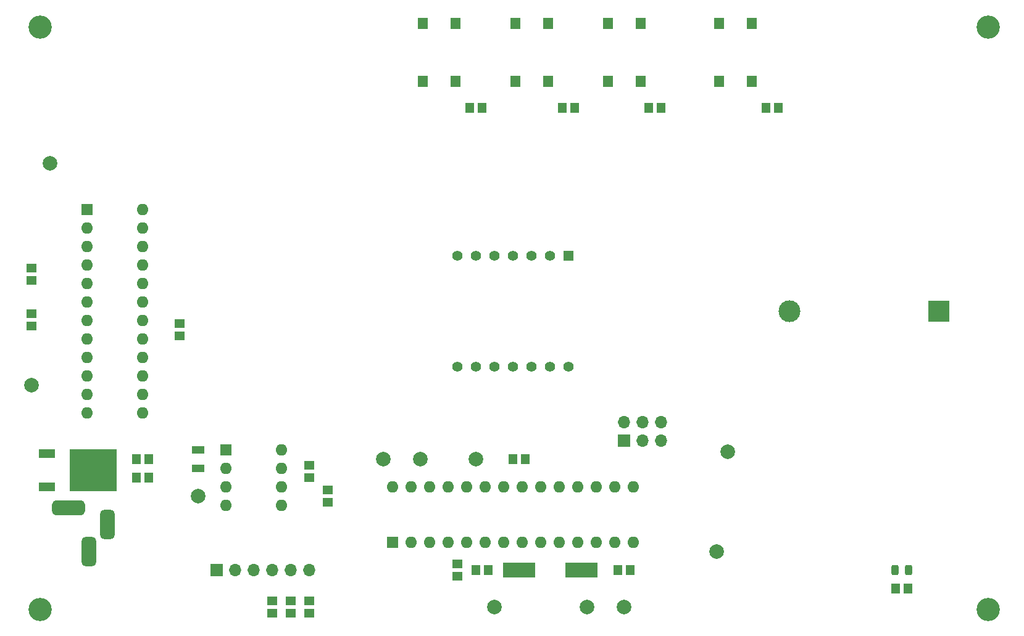
<source format=gbr>
%TF.GenerationSoftware,KiCad,Pcbnew,(6.0.5-0)*%
%TF.CreationDate,2022-07-21T21:11:39-05:00*%
%TF.ProjectId,hps-schematic-2.0,6870732d-7363-4686-956d-617469632d32,rev?*%
%TF.SameCoordinates,PX4c4db10PY8a12ae0*%
%TF.FileFunction,Soldermask,Top*%
%TF.FilePolarity,Negative*%
%FSLAX46Y46*%
G04 Gerber Fmt 4.6, Leading zero omitted, Abs format (unit mm)*
G04 Created by KiCad (PCBNEW (6.0.5-0)) date 2022-07-21 21:11:39*
%MOMM*%
%LPD*%
G01*
G04 APERTURE LIST*
G04 Aperture macros list*
%AMRoundRect*
0 Rectangle with rounded corners*
0 $1 Rounding radius*
0 $2 $3 $4 $5 $6 $7 $8 $9 X,Y pos of 4 corners*
0 Add a 4 corners polygon primitive as box body*
4,1,4,$2,$3,$4,$5,$6,$7,$8,$9,$2,$3,0*
0 Add four circle primitives for the rounded corners*
1,1,$1+$1,$2,$3*
1,1,$1+$1,$4,$5*
1,1,$1+$1,$6,$7*
1,1,$1+$1,$8,$9*
0 Add four rect primitives between the rounded corners*
20,1,$1+$1,$2,$3,$4,$5,0*
20,1,$1+$1,$4,$5,$6,$7,0*
20,1,$1+$1,$6,$7,$8,$9,0*
20,1,$1+$1,$8,$9,$2,$3,0*%
G04 Aperture macros list end*
%ADD10R,1.400000X1.150000*%
%ADD11C,3.200000*%
%ADD12R,1.150000X1.400000*%
%ADD13R,2.200000X1.200000*%
%ADD14R,6.400000X5.800000*%
%ADD15R,1.600000X1.600000*%
%ADD16O,1.600000X1.600000*%
%ADD17C,2.000000*%
%ADD18O,1.700000X1.700000*%
%ADD19R,1.700000X1.700000*%
%ADD20R,1.400000X1.600000*%
%ADD21RoundRect,0.243750X-0.243750X-0.456250X0.243750X-0.456250X0.243750X0.456250X-0.243750X0.456250X0*%
%ADD22R,1.400000X1.400000*%
%ADD23C,1.400000*%
%ADD24R,1.800000X1.000000*%
%ADD25R,4.500000X2.000000*%
%ADD26RoundRect,0.500000X1.750000X0.500000X-1.750000X0.500000X-1.750000X-0.500000X1.750000X-0.500000X0*%
%ADD27RoundRect,0.500000X-0.500000X1.500000X-0.500000X-1.500000X0.500000X-1.500000X0.500000X1.500000X0*%
%ADD28R,3.000000X3.000000*%
%ADD29C,3.000000*%
G04 APERTURE END LIST*
D10*
%TO.C,R6*%
X39370000Y5930000D03*
X39370000Y4230000D03*
%TD*%
D11*
%TO.C,H4*%
X134990000Y4780000D03*
%TD*%
D12*
%TO.C,C3*%
X64750000Y10160000D03*
X66450000Y10160000D03*
%TD*%
%TO.C,C7*%
X19900000Y22860000D03*
X18200000Y22860000D03*
%TD*%
%TO.C,C1*%
X71550000Y25400000D03*
X69850000Y25400000D03*
%TD*%
D10*
%TO.C,R7*%
X36830000Y5930000D03*
X36830000Y4230000D03*
%TD*%
%TO.C,R10*%
X24130000Y42330000D03*
X24130000Y44030000D03*
%TD*%
D12*
%TO.C,R3*%
X90170000Y73660000D03*
X88470000Y73660000D03*
%TD*%
%TO.C,R4*%
X122340000Y7620000D03*
X124040000Y7620000D03*
%TD*%
D13*
%TO.C,U2(POWER)1*%
X5940000Y26155000D03*
D14*
X12240000Y23875000D03*
D13*
X5940000Y21595000D03*
%TD*%
D15*
%TO.C,LED_MATRIX1*%
X11430000Y59695000D03*
D16*
X11430000Y57155000D03*
X11430000Y54615000D03*
X11430000Y52075000D03*
X11430000Y49535000D03*
X11430000Y46995000D03*
X11430000Y44455000D03*
X11430000Y41915000D03*
X11430000Y39375000D03*
X11430000Y36835000D03*
X11430000Y34295000D03*
X11430000Y31755000D03*
X19050000Y31755000D03*
X19050000Y34295000D03*
X19050000Y36835000D03*
X19050000Y39375000D03*
X19050000Y41915000D03*
X19050000Y44455000D03*
X19050000Y46995000D03*
X19050000Y49535000D03*
X19050000Y52075000D03*
X19050000Y54615000D03*
X19050000Y57155000D03*
X19050000Y59695000D03*
%TD*%
D15*
%TO.C,RTC1*%
X30490000Y26660000D03*
D16*
X30490000Y24120000D03*
X30490000Y21580000D03*
X30490000Y19040000D03*
X38110000Y19040000D03*
X38110000Y21580000D03*
X38110000Y24120000D03*
X38110000Y26660000D03*
%TD*%
D17*
%TO.C,TP8*%
X97790000Y12700000D03*
%TD*%
%TO.C,TP4*%
X52070000Y25400000D03*
%TD*%
D11*
%TO.C,H2*%
X134990000Y84780000D03*
%TD*%
%TO.C,H3*%
X4990000Y4780000D03*
%TD*%
D10*
%TO.C,C5*%
X41910000Y4230000D03*
X41910000Y5930000D03*
%TD*%
D17*
%TO.C,TP9*%
X99315000Y26415000D03*
%TD*%
%TO.C,TP6*%
X64770000Y25400000D03*
%TD*%
%TO.C,TP2*%
X3810000Y35560000D03*
%TD*%
D10*
%TO.C,R8*%
X44450000Y21170000D03*
X44450000Y19470000D03*
%TD*%
%TO.C,C9*%
X3810000Y49950000D03*
X3810000Y51650000D03*
%TD*%
D17*
%TO.C,TP10*%
X26670000Y20320000D03*
%TD*%
D18*
%TO.C,J2*%
X41910000Y10160000D03*
X39370000Y10160000D03*
X36830000Y10160000D03*
X34290000Y10160000D03*
X31750000Y10160000D03*
D19*
X29210000Y10160000D03*
%TD*%
D11*
%TO.C,H1*%
X4990000Y84780000D03*
%TD*%
D12*
%TO.C,C4*%
X85940000Y10160000D03*
X84240000Y10160000D03*
%TD*%
D17*
%TO.C,TP7*%
X80010000Y5080000D03*
%TD*%
D20*
%TO.C,HOUR1*%
X57440000Y85280000D03*
X57440000Y77280000D03*
X61940000Y85280000D03*
X61940000Y77280000D03*
%TD*%
D10*
%TO.C,C8*%
X3810000Y45353078D03*
X3810000Y43653078D03*
%TD*%
D12*
%TO.C,R1*%
X78320000Y73660000D03*
X76620000Y73660000D03*
%TD*%
%TO.C,R5*%
X106260000Y73660000D03*
X104560000Y73660000D03*
%TD*%
D15*
%TO.C,ATMega1*%
X53350000Y13980000D03*
D16*
X55890000Y13980000D03*
X58430000Y13980000D03*
X60970000Y13980000D03*
X63510000Y13980000D03*
X66050000Y13980000D03*
X68590000Y13980000D03*
X71130000Y13980000D03*
X73670000Y13980000D03*
X76210000Y13980000D03*
X78750000Y13980000D03*
X81290000Y13980000D03*
X83830000Y13980000D03*
X86370000Y13980000D03*
X86370000Y21600000D03*
X83830000Y21600000D03*
X81290000Y21600000D03*
X78750000Y21600000D03*
X76210000Y21600000D03*
X73670000Y21600000D03*
X71130000Y21600000D03*
X68590000Y21600000D03*
X66050000Y21600000D03*
X63510000Y21600000D03*
X60970000Y21600000D03*
X58430000Y21600000D03*
X55890000Y21600000D03*
X53350000Y21600000D03*
%TD*%
D19*
%TO.C,J1*%
X85090000Y27940000D03*
D18*
X85090000Y30480000D03*
X87630000Y27940000D03*
X87630000Y30480000D03*
X90170000Y27940000D03*
X90170000Y30480000D03*
%TD*%
D20*
%TO.C,UTILITY1*%
X82840000Y85280000D03*
X82840000Y77280000D03*
X87340000Y85280000D03*
X87340000Y77280000D03*
%TD*%
D21*
%TO.C,D1*%
X122252500Y10160000D03*
X124127500Y10160000D03*
%TD*%
D17*
%TO.C,TP1*%
X6350000Y66040000D03*
%TD*%
D12*
%TO.C,R2*%
X65620000Y73660000D03*
X63920000Y73660000D03*
%TD*%
D20*
%TO.C,RESET1*%
X98080000Y85280000D03*
X98080000Y77280000D03*
X102580000Y85280000D03*
X102580000Y77280000D03*
%TD*%
D22*
%TO.C,DS1*%
X77470000Y53340000D03*
D23*
X74930000Y53340000D03*
X72390000Y53340000D03*
X69850000Y53340000D03*
X67310000Y53340000D03*
X64770000Y53340000D03*
X62230000Y53340000D03*
X62230000Y38100000D03*
X64770000Y38100000D03*
X67310000Y38100000D03*
X69850000Y38100000D03*
X72390000Y38100000D03*
X74930000Y38100000D03*
X77470000Y38100000D03*
%TD*%
D20*
%TO.C,MINUTE1*%
X70140000Y85280000D03*
X70140000Y77280000D03*
X74640000Y85280000D03*
X74640000Y77280000D03*
%TD*%
D10*
%TO.C,R9*%
X41910000Y24560000D03*
X41910000Y22860000D03*
%TD*%
D24*
%TO.C,Y1*%
X26670000Y24150000D03*
X26670000Y26650000D03*
%TD*%
D12*
%TO.C,C6*%
X19900000Y25400000D03*
X18200000Y25400000D03*
%TD*%
D10*
%TO.C,C2*%
X62230000Y11010000D03*
X62230000Y9310000D03*
%TD*%
D17*
%TO.C,TP3*%
X57150000Y25400000D03*
%TD*%
%TO.C,TP5*%
X85090000Y5080000D03*
%TD*%
D25*
%TO.C,CRYSTAL1*%
X70680000Y10160000D03*
X79180000Y10160000D03*
%TD*%
D17*
%TO.C,TP11*%
X67310000Y5080000D03*
%TD*%
D26*
%TO.C,J1(POWER)1*%
X8890000Y18740000D03*
D27*
X14190000Y16440000D03*
X11690000Y12740000D03*
%TD*%
D28*
%TO.C,BT1*%
X128270000Y45720000D03*
D29*
X107780000Y45720000D03*
%TD*%
M02*

</source>
